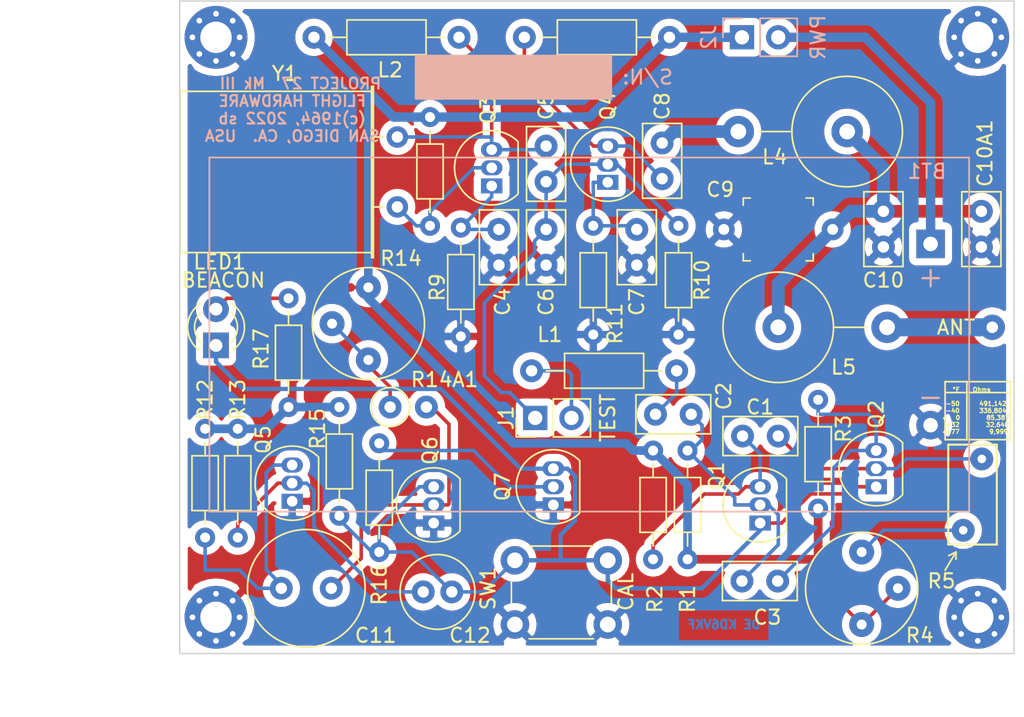
<source format=kicad_pcb>
(kicad_pcb (version 20171130) (host pcbnew "(5.1.5)-3")
  (layers (0 F.Cu signal) (31 B.Cu signal) (34 B.Paste user) (35 F.Paste user) (36 B.SilkS user) (37 F.SilkS user) (38 B.Mask user) (39 F.Mask user) (44 Edge.Cuts user))
  (net 0 "")
  (net 1 GNDREF)
  (net 2 "Net-(C1-Pad1)")
  (net 3 "Net-(C2-Pad2)")
  (net 4 "Net-(C2-Pad1)")
  (net 5 "Net-(C1-Pad2)")
  (net 6 "Net-(C3-Pad1)")
  (net 7 "Net-(C4-Pad1)")
  (net 8 "Net-(Q3-Pad2)")
  (net 9 "Net-(C7-Pad1)")
  (net 10 "Net-(C8-Pad2)")
  (net 11 "Net-(C8-Pad1)")
  (net 12 +BATT)
  (net 13 /RF_OUT)
  (net 14 /~KEY)
  (net 15 "Net-(C5-Pad2)")
  (net 16 "Net-(C5-Pad1)")
  (net 17 "Net-(C10-Pad1)")
  (net 18 "Net-(C11-Pad2)")
  (net 19 "Net-(C11-Pad1)")
  (net 20 "Net-(C12-Pad2)")
  (net 21 "Net-(Q7-Pad2)")
  (net 22 "Net-(R14-Pad1)")
  (net 23 "Net-(LED1-Pad2)")
  (net 24 "Net-(BT1-Pad1)")
  (net 25 "Net-(J1-Pad2)")
  (net 26 "Net-(R4-Pad1)")
  (module Capacitor_THT:C_Radial_D8.0mm_H11.5mm_P3.50mm (layer F.Cu) (at 96.012 102.108)
    (fp_text reference C11 (at 6.604 3.302) (layer F.SilkS))
    (fp_text value 100u)
    (pad 2 thru_hole circle (at 3.5 0) (size 1.6 1.6) (drill 0.8) (layers *.Cu *.Mask) (net 18 "Net-(C11-Pad2)"))
    (pad 1 thru_hole circle (at 0 0) (size 1.6 1.6) (drill 0.8) (layers *.Cu *.Mask) (net 19 "Net-(C11-Pad1)"))
  )
  (module Resistor_THT:R_Axial_DIN0207_L6.3mm_D2.5mm_P2.54mm_Vertical (layer F.Cu) (at 103.632 89.408)
    (fp_text reference R14A1 (at 3.81 -1.92) (layer F.SilkS))
    (fp_text value 1k)
    (pad 2 thru_hole oval (at 2.54 0) (size 1.6 1.6) (drill 0.8) (layers *.Cu *.Mask) (net 18 "Net-(C11-Pad2)"))
    (pad 1 thru_hole circle (at 0 0) (size 1.6 1.6) (drill 0.8) (layers *.Cu *.Mask) (net 22 "Net-(R14-Pad1)"))
  )
  (module Capacitor_THT:C_Disc_D5.0mm_W2.5mm_P2.50mm (layer F.Cu) (at 145.034 75.692 270)
    (fp_text reference C10A1 (at -4.064 -0.254 90) (layer F.SilkS))
    (fp_text value 56p)
    (pad 2 thru_hole circle (at 2.5 0 270) (size 1.6 1.6) (drill 0.8) (layers *.Cu *.Mask) (net 1 GNDREF))
    (pad 1 thru_hole circle (at 0 0 270) (size 1.6 1.6) (drill 0.8) (layers *.Cu *.Mask) (net 17 "Net-(C10-Pad1)"))
  )
  (module BALOON_TX_27:BatteryHolder_Keystone_2468_2xAAA (layer B.Cu) (at 141.478 77.978 180)
    (fp_text reference BT1 (at 0.254 5.08 180) (layer B.SilkS) (effects (justify mirror)))
    (fp_text value Battery)
    (fp_text user + (at 0 -2.286 180) (layer B.SilkS) (effects (font (size 1.5 1.5)) (justify mirror)))
    (fp_text user - (at 0 -10.668 180) (layer B.SilkS) (effects (font (size 1.5 1.5)) (justify mirror)))
    (fp_text user - (at 0 -10.668 180) (layer B.SilkS) (effects (font (size 1.5 1.5)) (justify mirror)))
    (fp_text user + (at 0 -2.286 180) (layer B.SilkS) (effects (font (size 1.5 1.5)) (justify mirror)))
    (pad 1 thru_hole rect (at 0 0 180) (size 2 2) (drill 1.02) (layers *.Cu *.Mask) (net 24 "Net-(BT1-Pad1)"))
    (pad 2 thru_hole circle (at 0 -12.7 180) (size 2 2) (drill 1.02) (layers *.Cu *.Mask) (net 1 GNDREF))
  )
  (module Potentiometer_THT:Potentiometer_Bourns_3339P_Vertical_HandSoldering (layer F.Cu) (at 136.652 99.568 180)
    (fp_text reference R4 (at -4.064 -5.842) (layer F.SilkS))
    (fp_text value 10k)
    (pad 1 thru_hole circle (at 0 0 180) (size 1.75 1.75) (drill 0.7) (layers *.Cu *.Mask) (net 26 "Net-(R4-Pad1)"))
    (pad 2 thru_hole circle (at -2.54 -2.54 180) (size 1.75 1.75) (drill 0.7) (layers *.Cu *.Mask) (net 12 +BATT))
    (pad 3 thru_hole circle (at 0 -5.08 180) (size 1.75 1.75) (drill 0.7) (layers *.Cu *.Mask) (net 12 +BATT))
  )
  (module Inductor_THT:L_Axial_L5.3mm_D2.2mm_P10.16mm_Horizontal_Vishay_IM-1 (layer F.Cu) (at 123.698 86.868 180)
    (fp_text reference L1 (at 8.89 2.54) (layer F.SilkS))
    (fp_text value 22uH)
    (pad 2 thru_hole oval (at 10.16 0 180) (size 1.6 1.6) (drill 0.8) (layers *.Cu *.Mask) (net 25 "Net-(J1-Pad2)"))
    (pad 1 thru_hole circle (at 0 0 180) (size 1.6 1.6) (drill 0.8) (layers *.Cu *.Mask) (net 3 "Net-(C2-Pad2)"))
  )
  (module Capacitor_THT:C_Disc_D5.0mm_W2.5mm_P2.50mm (layer F.Cu) (at 124.714 89.916 180)
    (fp_text reference C2 (at -2.286 1.27 90) (layer F.SilkS))
    (fp_text value 223)
    (pad 2 thru_hole circle (at 2.5 0 180) (size 1.6 1.6) (drill 0.8) (layers *.Cu *.Mask) (net 3 "Net-(C2-Pad2)"))
    (pad 1 thru_hole circle (at 0 0 180) (size 1.6 1.6) (drill 0.8) (layers *.Cu *.Mask) (net 4 "Net-(C2-Pad1)"))
  )
  (module Connector_PinHeader_2.54mm:PinHeader_1x02_P2.54mm_Vertical (layer B.Cu) (at 128.27 63.5 270)
    (fp_text reference J2 (at 0 2.33 270) (layer B.SilkS) (effects (justify mirror)))
    (fp_text value PWR (at 0 -5.334 270) (layer B.SilkS) (effects (justify mirror)))
    (pad 2 thru_hole oval (at 0 -2.54 270) (size 1.7 1.7) (drill 1) (layers *.Cu *.Mask) (net 24 "Net-(BT1-Pad1)"))
    (pad 1 thru_hole rect (at 0 0 270) (size 1.7 1.7) (drill 1) (layers *.Cu *.Mask) (net 12 +BATT))
  )
  (module BALOON_TX_27:Hole_100_75 (layer F.Cu) (at 145.796 83.82)
    (fp_text reference A1 hide)
    (fp_text value ANT (at -2.54 0) (layer F.SilkS))
    (pad 1 thru_hole circle (at 0 0) (size 1.778 1.778) (drill 0.8128) (layers *.Cu *.Mask) (net 13 /RF_OUT))
  )
  (module Connector_PinHeader_2.54mm:PinHeader_1x02_P2.54mm_Vertical (layer F.Cu) (at 113.792 90.17 90)
    (fp_text reference J1 (at 0 -2.032 90) (layer F.SilkS))
    (fp_text value TEST (at 0 5.08 90) (layer F.SilkS))
    (pad 2 thru_hole oval (at 0 2.54 90) (size 1.7 1.7) (drill 1) (layers *.Cu *.Mask) (net 25 "Net-(J1-Pad2)"))
    (pad 1 thru_hole rect (at 0 0 90) (size 1.7 1.7) (drill 1) (layers *.Cu *.Mask) (net 15 "Net-(C5-Pad2)"))
  )
  (module MountingHole:MountingHole_2.2mm_M2_Pad_Via (layer F.Cu) (at 91.44 104.14)
    (fp_text reference H2 hide)
    (fp_text value ATTACH2)
    (pad 1 thru_hole circle (at 1.166726 -1.166726) (size 0.7 0.7) (drill 0.4) (layers *.Cu *.Mask) (net 1 GNDREF))
    (pad 1 thru_hole circle (at 0 -1.65) (size 0.7 0.7) (drill 0.4) (layers *.Cu *.Mask) (net 1 GNDREF))
    (pad 1 thru_hole circle (at -1.166726 -1.166726) (size 0.7 0.7) (drill 0.4) (layers *.Cu *.Mask) (net 1 GNDREF))
    (pad 1 thru_hole circle (at -1.65 0) (size 0.7 0.7) (drill 0.4) (layers *.Cu *.Mask) (net 1 GNDREF))
    (pad 1 thru_hole circle (at -1.166726 1.166726) (size 0.7 0.7) (drill 0.4) (layers *.Cu *.Mask) (net 1 GNDREF))
    (pad 1 thru_hole circle (at 0 1.65) (size 0.7 0.7) (drill 0.4) (layers *.Cu *.Mask) (net 1 GNDREF))
    (pad 1 thru_hole circle (at 1.166726 1.166726) (size 0.7 0.7) (drill 0.4) (layers *.Cu *.Mask) (net 1 GNDREF))
    (pad 1 thru_hole circle (at 1.65 0) (size 0.7 0.7) (drill 0.4) (layers *.Cu *.Mask) (net 1 GNDREF))
    (pad 1 thru_hole circle (at 0 0) (size 4.4 4.4) (drill 2.2) (layers *.Cu *.Mask) (net 1 GNDREF))
  )
  (module MountingHole:MountingHole_2.2mm_M2_Pad_Via (layer F.Cu) (at 91.44 63.5)
    (fp_text reference H1 hide)
    (fp_text value ATTACH1)
    (pad 1 thru_hole circle (at 1.166726 -1.166726) (size 0.7 0.7) (drill 0.4) (layers *.Cu *.Mask) (net 1 GNDREF))
    (pad 1 thru_hole circle (at 0 -1.65) (size 0.7 0.7) (drill 0.4) (layers *.Cu *.Mask) (net 1 GNDREF))
    (pad 1 thru_hole circle (at -1.166726 -1.166726) (size 0.7 0.7) (drill 0.4) (layers *.Cu *.Mask) (net 1 GNDREF))
    (pad 1 thru_hole circle (at -1.65 0) (size 0.7 0.7) (drill 0.4) (layers *.Cu *.Mask) (net 1 GNDREF))
    (pad 1 thru_hole circle (at -1.166726 1.166726) (size 0.7 0.7) (drill 0.4) (layers *.Cu *.Mask) (net 1 GNDREF))
    (pad 1 thru_hole circle (at 0 1.65) (size 0.7 0.7) (drill 0.4) (layers *.Cu *.Mask) (net 1 GNDREF))
    (pad 1 thru_hole circle (at 1.166726 1.166726) (size 0.7 0.7) (drill 0.4) (layers *.Cu *.Mask) (net 1 GNDREF))
    (pad 1 thru_hole circle (at 1.65 0) (size 0.7 0.7) (drill 0.4) (layers *.Cu *.Mask) (net 1 GNDREF))
    (pad 1 thru_hole circle (at 0 0) (size 4.4 4.4) (drill 2.2) (layers *.Cu *.Mask) (net 1 GNDREF))
  )
  (module MountingHole:MountingHole_2.2mm_M2_Pad_Via (layer F.Cu) (at 144.78 104.14)
    (fp_text reference H4 hide)
    (fp_text value ATTACH4)
    (pad 1 thru_hole circle (at 1.166726 -1.166726) (size 0.7 0.7) (drill 0.4) (layers *.Cu *.Mask) (net 1 GNDREF))
    (pad 1 thru_hole circle (at 0 -1.65) (size 0.7 0.7) (drill 0.4) (layers *.Cu *.Mask) (net 1 GNDREF))
    (pad 1 thru_hole circle (at -1.166726 -1.166726) (size 0.7 0.7) (drill 0.4) (layers *.Cu *.Mask) (net 1 GNDREF))
    (pad 1 thru_hole circle (at -1.65 0) (size 0.7 0.7) (drill 0.4) (layers *.Cu *.Mask) (net 1 GNDREF))
    (pad 1 thru_hole circle (at -1.166726 1.166726) (size 0.7 0.7) (drill 0.4) (layers *.Cu *.Mask) (net 1 GNDREF))
    (pad 1 thru_hole circle (at 0 1.65) (size 0.7 0.7) (drill 0.4) (layers *.Cu *.Mask) (net 1 GNDREF))
    (pad 1 thru_hole circle (at 1.166726 1.166726) (size 0.7 0.7) (drill 0.4) (layers *.Cu *.Mask) (net 1 GNDREF))
    (pad 1 thru_hole circle (at 1.65 0) (size 0.7 0.7) (drill 0.4) (layers *.Cu *.Mask) (net 1 GNDREF))
    (pad 1 thru_hole circle (at 0 0) (size 4.4 4.4) (drill 2.2) (layers *.Cu *.Mask) (net 1 GNDREF))
  )
  (module MountingHole:MountingHole_2.2mm_M2_Pad_Via (layer F.Cu) (at 144.78 63.5)
    (fp_text reference H3 hide)
    (fp_text value ATTACH3)
    (pad 1 thru_hole circle (at 1.166726 -1.166726) (size 0.7 0.7) (drill 0.4) (layers *.Cu *.Mask) (net 1 GNDREF))
    (pad 1 thru_hole circle (at 0 -1.65) (size 0.7 0.7) (drill 0.4) (layers *.Cu *.Mask) (net 1 GNDREF))
    (pad 1 thru_hole circle (at -1.166726 -1.166726) (size 0.7 0.7) (drill 0.4) (layers *.Cu *.Mask) (net 1 GNDREF))
    (pad 1 thru_hole circle (at -1.65 0) (size 0.7 0.7) (drill 0.4) (layers *.Cu *.Mask) (net 1 GNDREF))
    (pad 1 thru_hole circle (at -1.166726 1.166726) (size 0.7 0.7) (drill 0.4) (layers *.Cu *.Mask) (net 1 GNDREF))
    (pad 1 thru_hole circle (at 0 1.65) (size 0.7 0.7) (drill 0.4) (layers *.Cu *.Mask) (net 1 GNDREF))
    (pad 1 thru_hole circle (at 1.166726 1.166726) (size 0.7 0.7) (drill 0.4) (layers *.Cu *.Mask) (net 1 GNDREF))
    (pad 1 thru_hole circle (at 1.65 0) (size 0.7 0.7) (drill 0.4) (layers *.Cu *.Mask) (net 1 GNDREF))
    (pad 1 thru_hole circle (at 0 0) (size 4.4 4.4) (drill 2.2) (layers *.Cu *.Mask) (net 1 GNDREF))
  )
  (module BALOON_TX_27:C_Trimmer_Murata_TZB4-B (layer F.Cu) (at 130.81 76.962 180)
    (fp_text reference C9 (at 4.064 2.794) (layer F.SilkS))
    (fp_text value 0..68p)
    (pad 1 thru_hole circle (at -3.81 0 180) (size 1.524 1.524) (drill 0.762) (layers *.Cu *.Mask) (net 17 "Net-(C10-Pad1)"))
    (pad 2 thru_hole circle (at 3.81 0 180) (size 1.524 1.524) (drill 0.762) (layers *.Cu *.Mask) (net 1 GNDREF))
  )
  (module Potentiometer_THT:Potentiometer_Bourns_3339P_Vertical_HandSoldering (layer F.Cu) (at 102.108 86.106)
    (fp_text reference R14 (at 2.286 -7.112) (layer F.SilkS))
    (fp_text value 10k)
    (pad 1 thru_hole circle (at 0 0) (size 1.75 1.75) (drill 0.7) (layers *.Cu *.Mask) (net 22 "Net-(R14-Pad1)"))
    (pad 2 thru_hole circle (at -2.54 -2.54) (size 1.75 1.75) (drill 0.7) (layers *.Cu *.Mask) (net 22 "Net-(R14-Pad1)"))
    (pad 3 thru_hole circle (at 0 -5.08) (size 1.75 1.75) (drill 0.7) (layers *.Cu *.Mask) (net 12 +BATT))
  )
  (module Button_Switch_THT:SW_PUSH_6mm_H4.3mm (layer F.Cu) (at 118.872 104.648 180)
    (fp_text reference SW1 (at 8.382 2.54 90) (layer F.SilkS))
    (fp_text value CAL (at -1.27 2.286 90) (layer F.SilkS))
    (pad 1 thru_hole circle (at 6.5 0 270) (size 2 2) (drill 1.1) (layers *.Cu *.Mask) (net 1 GNDREF))
    (pad 2 thru_hole circle (at 6.5 4.5 270) (size 2 2) (drill 1.1) (layers *.Cu *.Mask) (net 14 /~KEY))
    (pad 1 thru_hole circle (at 0 0 270) (size 2 2) (drill 1.1) (layers *.Cu *.Mask) (net 1 GNDREF))
    (pad 2 thru_hole circle (at 0 4.5 270) (size 2 2) (drill 1.1) (layers *.Cu *.Mask) (net 14 /~KEY))
  )
  (module Inductor_THT:L_Axial_L16.0mm_D7.5mm_P7.62mm_Vertical_Fastron_XHBCC (layer F.Cu) (at 130.81 83.82)
    (fp_text reference L5 (at 4.572 2.794) (layer F.SilkS))
    (fp_text value 8T)
    (pad 2 thru_hole oval (at 7.62 0) (size 2.2 2.2) (drill 1.1) (layers *.Cu *.Mask) (net 13 /RF_OUT))
    (pad 1 thru_hole circle (at 0 0) (size 2.2 2.2) (drill 1.1) (layers *.Cu *.Mask) (net 17 "Net-(C10-Pad1)"))
  )
  (module Package_TO_SOT_THT:TO-92_Inline (layer F.Cu) (at 118.872 73.66 90)
    (fp_text reference Q4 (at 5.334 0 90) (layer F.SilkS))
    (fp_text value 2N3904)
    (pad 1 thru_hole rect (at 0 0 90) (size 1.05 1.5) (drill 0.75) (layers *.Cu *.Mask) (net 9 "Net-(C7-Pad1)"))
    (pad 3 thru_hole oval (at 2.54 0 90) (size 1.05 1.5) (drill 0.75) (layers *.Cu *.Mask) (net 11 "Net-(C8-Pad1)"))
    (pad 2 thru_hole oval (at 1.27 0 90) (size 1.05 1.5) (drill 0.75) (layers *.Cu *.Mask) (net 15 "Net-(C5-Pad2)"))
  )
  (module Capacitor_THT:C_Disc_D5.0mm_W2.5mm_P2.50mm (layer F.Cu) (at 114.554 71.12 270)
    (fp_text reference C5 (at -2.794 0 90) (layer F.SilkS))
    (fp_text value 47)
    (pad 2 thru_hole circle (at 2.5 0 270) (size 1.6 1.6) (drill 0.8) (layers *.Cu *.Mask) (net 15 "Net-(C5-Pad2)"))
    (pad 1 thru_hole circle (at 0 0 270) (size 1.6 1.6) (drill 0.8) (layers *.Cu *.Mask) (net 16 "Net-(C5-Pad1)"))
  )
  (module Capacitor_THT:C_Disc_D5.0mm_W2.5mm_P2.50mm (layer F.Cu) (at 111.252 76.962 270)
    (fp_text reference C4 (at 5.08 -0.254 90) (layer F.SilkS))
    (fp_text value 102)
    (pad 2 thru_hole circle (at 2.5 0 270) (size 1.6 1.6) (drill 0.8) (layers *.Cu *.Mask) (net 1 GNDREF))
    (pad 1 thru_hole circle (at 0 0 270) (size 1.6 1.6) (drill 0.8) (layers *.Cu *.Mask) (net 7 "Net-(C4-Pad1)"))
  )
  (module Capacitor_THT:C_Disc_D5.0mm_W2.5mm_P2.50mm (layer F.Cu) (at 120.904 76.962 270)
    (fp_text reference C7 (at 5.08 0 90) (layer F.SilkS))
    (fp_text value 103)
    (pad 2 thru_hole circle (at 2.5 0 270) (size 1.6 1.6) (drill 0.8) (layers *.Cu *.Mask) (net 1 GNDREF))
    (pad 1 thru_hole circle (at 0 0 270) (size 1.6 1.6) (drill 0.8) (layers *.Cu *.Mask) (net 9 "Net-(C7-Pad1)"))
  )
  (module Capacitor_THT:C_Disc_D5.0mm_W2.5mm_P2.50mm (layer F.Cu) (at 122.682 73.406 90)
    (fp_text reference C8 (at 5.08 0 90) (layer F.SilkS))
    (fp_text value 101)
    (pad 1 thru_hole circle (at 0 0 90) (size 1.6 1.6) (drill 0.8) (layers *.Cu *.Mask) (net 11 "Net-(C8-Pad1)"))
    (pad 2 thru_hole circle (at 2.5 0 90) (size 1.6 1.6) (drill 0.8) (layers *.Cu *.Mask) (net 10 "Net-(C8-Pad2)"))
  )
  (module Resistor_THT:R_Axial_DIN0204_L3.6mm_D1.6mm_P7.62mm_Horizontal (layer F.Cu) (at 106.426 69.088 270)
    (fp_text reference R6 (at -2.032 -0.254 90) (layer F.SilkS))
    (fp_text value 330K)
    (pad 2 thru_hole oval (at 7.62 0 270) (size 1.4 1.4) (drill 0.7) (layers *.Cu *.Mask) (net 8 "Net-(Q3-Pad2)"))
    (pad 1 thru_hole circle (at 0 0 270) (size 1.4 1.4) (drill 0.7) (layers *.Cu *.Mask) (net 12 +BATT))
  )
  (module Resistor_THT:R_Axial_DIN0204_L3.6mm_D1.6mm_P7.62mm_Horizontal (layer F.Cu) (at 108.585 76.835 270)
    (fp_text reference R9 (at 4.191 1.651 90) (layer F.SilkS))
    (fp_text value 47)
    (pad 2 thru_hole oval (at 7.62 0 270) (size 1.4 1.4) (drill 0.7) (layers *.Cu *.Mask) (net 1 GNDREF))
    (pad 1 thru_hole circle (at 0 0 270) (size 1.4 1.4) (drill 0.7) (layers *.Cu *.Mask) (net 7 "Net-(C4-Pad1)"))
  )
  (module Resistor_THT:R_Axial_DIN0204_L3.6mm_D1.6mm_P7.62mm_Horizontal (layer F.Cu) (at 123.825 76.708 270)
    (fp_text reference R10 (at 3.81 -1.651 90) (layer F.SilkS))
    (fp_text value 33k)
    (pad 2 thru_hole oval (at 7.62 0 270) (size 1.4 1.4) (drill 0.7) (layers *.Cu *.Mask) (net 1 GNDREF))
    (pad 1 thru_hole circle (at 0 0 270) (size 1.4 1.4) (drill 0.7) (layers *.Cu *.Mask) (net 15 "Net-(C5-Pad2)"))
  )
  (module Package_TO_SOT_THT:TO-92_Inline (layer F.Cu) (at 110.744 73.914 90)
    (fp_text reference Q3 (at 5.334 -0.254 90) (layer F.SilkS))
    (fp_text value 2N5088)
    (pad 1 thru_hole rect (at 0 0 90) (size 1.05 1.5) (drill 0.75) (layers *.Cu *.Mask) (net 7 "Net-(C4-Pad1)"))
    (pad 3 thru_hole oval (at 2.54 0 90) (size 1.05 1.5) (drill 0.75) (layers *.Cu *.Mask) (net 16 "Net-(C5-Pad1)"))
    (pad 2 thru_hole oval (at 1.27 0 90) (size 1.05 1.5) (drill 0.75) (layers *.Cu *.Mask) (net 8 "Net-(Q3-Pad2)"))
  )
  (module Capacitor_THT:C_Disc_D5.0mm_W2.5mm_P2.50mm (layer F.Cu) (at 114.554 76.962 270)
    (fp_text reference C6 (at 5.08 0 90) (layer F.SilkS))
    (fp_text value 4p7)
    (pad 2 thru_hole circle (at 2.5 0 270) (size 1.6 1.6) (drill 0.8) (layers *.Cu *.Mask) (net 1 GNDREF))
    (pad 1 thru_hole circle (at 0 0 270) (size 1.6 1.6) (drill 0.8) (layers *.Cu *.Mask) (net 15 "Net-(C5-Pad2)"))
  )
  (module Resistor_THT:R_Axial_DIN0204_L3.6mm_D1.6mm_P7.62mm_Horizontal (layer F.Cu) (at 117.856 76.708 270)
    (fp_text reference R11 (at 6.858 -1.524 90) (layer F.SilkS))
    (fp_text value 10)
    (pad 2 thru_hole oval (at 7.62 0 270) (size 1.4 1.4) (drill 0.7) (layers *.Cu *.Mask) (net 1 GNDREF))
    (pad 1 thru_hole circle (at 0 0 270) (size 1.4 1.4) (drill 0.7) (layers *.Cu *.Mask) (net 9 "Net-(C7-Pad1)"))
  )
  (module Inductor_THT:L_Axial_L5.3mm_D2.2mm_P10.16mm_Horizontal_Vishay_IM-1 (layer F.Cu) (at 123.19 63.5 180)
    (fp_text reference L3 (at 5.08 -2.286) (layer F.SilkS))
    (fp_text value 2u2)
    (pad 2 thru_hole oval (at 10.16 0 180) (size 1.6 1.6) (drill 0.8) (layers *.Cu *.Mask) (net 11 "Net-(C8-Pad1)"))
    (pad 1 thru_hole circle (at 0 0 180) (size 1.6 1.6) (drill 0.8) (layers *.Cu *.Mask) (net 12 +BATT))
  )
  (module Inductor_THT:L_Axial_L5.3mm_D2.2mm_P10.16mm_Horizontal_Vishay_IM-1 (layer F.Cu) (at 98.298 63.5)
    (fp_text reference L2 (at 5.334 2.286) (layer F.SilkS))
    (fp_text value 6u8)
    (pad 2 thru_hole oval (at 10.16 0) (size 1.6 1.6) (drill 0.8) (layers *.Cu *.Mask) (net 16 "Net-(C5-Pad1)"))
    (pad 1 thru_hole circle (at 0 0) (size 1.6 1.6) (drill 0.8) (layers *.Cu *.Mask) (net 12 +BATT))
  )
  (module Inductor_THT:L_Axial_L16.0mm_D7.5mm_P7.62mm_Vertical_Fastron_XHBCC (layer F.Cu) (at 135.636 70.104 180)
    (fp_text reference L4 (at 5.08 -1.778) (layer F.SilkS))
    (fp_text value 5T)
    (pad 2 thru_hole oval (at 7.62 0 180) (size 2.2 2.2) (drill 1.1) (layers *.Cu *.Mask) (net 10 "Net-(C8-Pad2)"))
    (pad 1 thru_hole circle (at 0 0 180) (size 2.2 2.2) (drill 1.1) (layers *.Cu *.Mask) (net 17 "Net-(C10-Pad1)"))
  )
  (module Capacitor_THT:C_Radial_D5.0mm_H11.0mm_P2.00mm (layer F.Cu) (at 107.95 102.362 180)
    (fp_text reference C12 (at -1.27 -3.048) (layer F.SilkS))
    (fp_text value 47u)
    (pad 2 thru_hole circle (at 2 0 180) (size 1.6 1.6) (drill 0.8) (layers *.Cu *.Mask) (net 20 "Net-(C12-Pad2)"))
    (pad 1 thru_hole circle (at 0 0 180) (size 1.6 1.6) (drill 0.8) (layers *.Cu *.Mask) (net 14 /~KEY))
  )
  (module Varistor:RV_Disc_D7mm_W3.4mm_P5mm (layer F.Cu) (at 143.764 98.044 90)
    (fp_text reference R5 (at -3.556 -1.524) (layer F.SilkS))
    (fp_text value "10K Thermistor")
    (pad 2 thru_hole circle (at 5 1.3 90) (size 1.6 1.6) (drill 0.6) (layers *.Cu *.Mask) (net 2 "Net-(C1-Pad1)"))
    (pad 1 thru_hole circle (at 0 0 90) (size 1.6 1.6) (drill 0.6) (layers *.Cu *.Mask) (net 26 "Net-(R4-Pad1)"))
  )
  (module LED_THT:LED_D3.0mm (layer F.Cu) (at 91.44 85.09 90)
    (fp_text reference LED1 (at 5.842 0.254) (layer F.SilkS))
    (fp_text value BEACON (at 4.572 0.508) (layer F.SilkS))
    (pad 2 thru_hole circle (at 2.54 0 90) (size 1.8 1.8) (drill 0.9) (layers *.Cu *.Mask) (net 23 "Net-(LED1-Pad2)"))
    (pad 1 thru_hole rect (at 0 0 90) (size 1.8 1.8) (drill 0.9) (layers *.Cu *.Mask) (net 14 /~KEY))
  )
  (module Crystal:Crystal_HC49-U_Horizontal (layer F.Cu) (at 104.14 70.485 270)
    (fp_text reference Y1 (at -4.445 7.874) (layer F.SilkS))
    (fp_text value "27.145 3OT")
    (pad 2 thru_hole circle (at 4.9 0 270) (size 1.5 1.5) (drill 0.8) (layers *.Cu *.Mask) (net 8 "Net-(Q3-Pad2)"))
    (pad 1 thru_hole circle (at 0 0 270) (size 1.5 1.5) (drill 0.8) (layers *.Cu *.Mask) (net 16 "Net-(C5-Pad1)"))
  )
  (module Resistor_THT:R_Axial_DIN0204_L3.6mm_D1.6mm_P7.62mm_Horizontal (layer F.Cu) (at 133.604 96.52 90)
    (fp_text reference R3 (at 5.588 1.778 90) (layer F.SilkS))
    (fp_text value 2k7)
    (pad 2 thru_hole oval (at 7.62 0 90) (size 1.4 1.4) (drill 0.7) (layers *.Cu *.Mask) (net 6 "Net-(C3-Pad1)"))
    (pad 1 thru_hole circle (at 0 0 90) (size 1.4 1.4) (drill 0.7) (layers *.Cu *.Mask) (net 12 +BATT))
  )
  (module Resistor_THT:R_Axial_DIN0204_L3.6mm_D1.6mm_P7.62mm_Horizontal (layer F.Cu) (at 124.46 92.456 270)
    (fp_text reference R1 (at 10.414 0 90) (layer F.SilkS))
    (fp_text value 10k)
    (pad 2 thru_hole oval (at 7.62 0 270) (size 1.4 1.4) (drill 0.7) (layers *.Cu *.Mask) (net 12 +BATT))
    (pad 1 thru_hole circle (at 0 0 270) (size 1.4 1.4) (drill 0.7) (layers *.Cu *.Mask) (net 4 "Net-(C2-Pad1)"))
  )
  (module Resistor_THT:R_Axial_DIN0204_L3.6mm_D1.6mm_P7.62mm_Horizontal (layer F.Cu) (at 122.047 92.456 270)
    (fp_text reference R2 (at 10.414 -0.127 90) (layer F.SilkS))
    (fp_text value 2k7)
    (pad 2 thru_hole oval (at 7.62 0 270) (size 1.4 1.4) (drill 0.7) (layers *.Cu *.Mask) (net 5 "Net-(C1-Pad2)"))
    (pad 1 thru_hole circle (at 0 0 270) (size 1.4 1.4) (drill 0.7) (layers *.Cu *.Mask) (net 12 +BATT))
  )
  (module Resistor_THT:R_Axial_DIN0204_L3.6mm_D1.6mm_P7.62mm_Horizontal (layer F.Cu) (at 102.87 99.568 90)
    (fp_text reference R16 (at -2.286 0 90) (layer F.SilkS))
    (fp_text value 0)
    (pad 1 thru_hole circle (at 0 0 90) (size 1.4 1.4) (drill 0.7) (layers *.Cu *.Mask) (net 14 /~KEY))
    (pad 2 thru_hole oval (at 7.62 0 90) (size 1.4 1.4) (drill 0.7) (layers *.Cu *.Mask) (net 21 "Net-(Q7-Pad2)"))
  )
  (module Resistor_THT:R_Axial_DIN0204_L3.6mm_D1.6mm_P7.62mm_Horizontal (layer F.Cu) (at 96.52 89.408 90)
    (fp_text reference R17 (at 4.064 -1.92 90) (layer F.SilkS))
    (fp_text value 100)
    (pad 2 thru_hole oval (at 7.62 0 90) (size 1.4 1.4) (drill 0.7) (layers *.Cu *.Mask) (net 23 "Net-(LED1-Pad2)"))
    (pad 1 thru_hole circle (at 0 0 90) (size 1.4 1.4) (drill 0.7) (layers *.Cu *.Mask) (net 12 +BATT))
  )
  (module Resistor_THT:R_Axial_DIN0204_L3.6mm_D1.6mm_P7.62mm_Horizontal (layer F.Cu) (at 100.076 89.408 270)
    (fp_text reference R15 (at 1.524 1.524 90) (layer F.SilkS))
    (fp_text value 2k7)
    (pad 2 thru_hole oval (at 7.62 0 270) (size 1.4 1.4) (drill 0.7) (layers *.Cu *.Mask) (net 14 /~KEY))
    (pad 1 thru_hole circle (at 0 0 270) (size 1.4 1.4) (drill 0.7) (layers *.Cu *.Mask) (net 12 +BATT))
  )
  (module Resistor_THT:R_Axial_DIN0204_L3.6mm_D1.6mm_P7.62mm_Horizontal (layer F.Cu) (at 92.964 90.932 270)
    (fp_text reference R13 (at -2.032 0 90) (layer F.SilkS))
    (fp_text value 10k)
    (pad 2 thru_hole oval (at 7.62 0 270) (size 1.4 1.4) (drill 0.7) (layers *.Cu *.Mask) (net 20 "Net-(C12-Pad2)"))
    (pad 1 thru_hole circle (at 0 0 270) (size 1.4 1.4) (drill 0.7) (layers *.Cu *.Mask) (net 12 +BATT))
  )
  (module Resistor_THT:R_Axial_DIN0204_L3.6mm_D1.6mm_P7.62mm_Horizontal (layer F.Cu) (at 90.678 98.552 90)
    (fp_text reference R12 (at 9.652 0 90) (layer F.SilkS))
    (fp_text value 2k7)
    (pad 2 thru_hole oval (at 7.62 0 90) (size 1.4 1.4) (drill 0.7) (layers *.Cu *.Mask) (net 12 +BATT))
    (pad 1 thru_hole circle (at 0 0 90) (size 1.4 1.4) (drill 0.7) (layers *.Cu *.Mask) (net 19 "Net-(C11-Pad1)"))
  )
  (module Capacitor_THT:C_Disc_D5.0mm_W2.5mm_P2.50mm (layer F.Cu) (at 138.176 75.692 270)
    (fp_text reference C10 (at 4.826 0) (layer F.SilkS))
    (fp_text value 56p)
    (pad 2 thru_hole circle (at 2.5 0 270) (size 1.6 1.6) (drill 0.8) (layers *.Cu *.Mask) (net 1 GNDREF))
    (pad 1 thru_hole circle (at 0 0 270) (size 1.6 1.6) (drill 0.8) (layers *.Cu *.Mask) (net 17 "Net-(C10-Pad1)"))
  )
  (module Capacitor_THT:C_Disc_D5.0mm_W2.5mm_P2.50mm (layer F.Cu) (at 130.81 91.44 180)
    (fp_text reference C1 (at 1.27 2.032) (layer F.SilkS))
    (fp_text value 103)
    (pad 1 thru_hole circle (at 0 0 180) (size 1.6 1.6) (drill 0.8) (layers *.Cu *.Mask) (net 2 "Net-(C1-Pad1)"))
    (pad 2 thru_hole circle (at 2.5 0 180) (size 1.6 1.6) (drill 0.8) (layers *.Cu *.Mask) (net 5 "Net-(C1-Pad2)"))
  )
  (module Capacitor_THT:C_Disc_D5.0mm_W2.5mm_P2.50mm (layer F.Cu) (at 130.77 101.6 180)
    (fp_text reference C3 (at 0.722 -2.54) (layer F.SilkS))
    (fp_text value 103)
    (pad 2 thru_hole circle (at 2.5 0 180) (size 1.6 1.6) (drill 0.8) (layers *.Cu *.Mask) (net 4 "Net-(C2-Pad1)"))
    (pad 1 thru_hole circle (at 0 0 180) (size 1.6 1.6) (drill 0.8) (layers *.Cu *.Mask) (net 6 "Net-(C3-Pad1)"))
  )
  (module Package_TO_SOT_THT:TO-92_Inline (layer F.Cu) (at 137.668 94.996 90)
    (fp_text reference Q2 (at 5.08 0 90) (layer F.SilkS))
    (fp_text value 2N3904)
    (pad 1 thru_hole rect (at 0 0 90) (size 1.05 1.5) (drill 0.75) (layers *.Cu *.Mask) (net 14 /~KEY))
    (pad 3 thru_hole oval (at 2.54 0 90) (size 1.05 1.5) (drill 0.75) (layers *.Cu *.Mask) (net 6 "Net-(C3-Pad1)"))
    (pad 2 thru_hole oval (at 1.27 0 90) (size 1.05 1.5) (drill 0.75) (layers *.Cu *.Mask) (net 2 "Net-(C1-Pad1)"))
  )
  (module Package_TO_SOT_THT:TO-92_Inline (layer F.Cu) (at 129.54 97.536 90)
    (fp_text reference Q1 (at 3.302 -3.048 90) (layer F.SilkS))
    (fp_text value 2N3904)
    (pad 2 thru_hole oval (at 1.27 0 90) (size 1.05 1.5) (drill 0.75) (layers *.Cu *.Mask) (net 4 "Net-(C2-Pad1)"))
    (pad 3 thru_hole oval (at 2.54 0 90) (size 1.05 1.5) (drill 0.75) (layers *.Cu *.Mask) (net 5 "Net-(C1-Pad2)"))
    (pad 1 thru_hole rect (at 0 0 90) (size 1.05 1.5) (drill 0.75) (layers *.Cu *.Mask) (net 14 /~KEY))
  )
  (module Package_TO_SOT_THT:TO-92_Inline (layer F.Cu) (at 115.062 96.266 90)
    (fp_text reference Q7 (at 1.27 -3.556 90) (layer F.SilkS))
    (fp_text value 2N3904)
    (pad 1 thru_hole rect (at 0 0 90) (size 1.05 1.5) (drill 0.75) (layers *.Cu *.Mask) (net 1 GNDREF))
    (pad 3 thru_hole oval (at 2.54 0 90) (size 1.05 1.5) (drill 0.75) (layers *.Cu *.Mask) (net 14 /~KEY))
    (pad 2 thru_hole oval (at 1.27 0 90) (size 1.05 1.5) (drill 0.75) (layers *.Cu *.Mask) (net 21 "Net-(Q7-Pad2)"))
  )
  (module Package_TO_SOT_THT:TO-92_Inline (layer F.Cu) (at 106.68 97.536 90)
    (fp_text reference Q6 (at 5.08 -0.254 90) (layer F.SilkS))
    (fp_text value 2N3904)
    (pad 1 thru_hole rect (at 0 0 90) (size 1.05 1.5) (drill 0.75) (layers *.Cu *.Mask) (net 1 GNDREF))
    (pad 3 thru_hole oval (at 2.54 0 90) (size 1.05 1.5) (drill 0.75) (layers *.Cu *.Mask) (net 14 /~KEY))
    (pad 2 thru_hole oval (at 1.27 0 90) (size 1.05 1.5) (drill 0.75) (layers *.Cu *.Mask) (net 18 "Net-(C11-Pad2)"))
  )
  (module Package_TO_SOT_THT:TO-92_Inline (layer F.Cu) (at 96.774 96.012 90)
    (fp_text reference Q5 (at 4.318 -2.032 90) (layer F.SilkS))
    (fp_text value 2N3904)
    (pad 1 thru_hole rect (at 0 0 90) (size 1.05 1.5) (drill 0.75) (layers *.Cu *.Mask) (net 1 GNDREF))
    (pad 3 thru_hole oval (at 2.54 0 90) (size 1.05 1.5) (drill 0.75) (layers *.Cu *.Mask) (net 19 "Net-(C11-Pad1)"))
    (pad 2 thru_hole oval (at 1.27 0 90) (size 1.05 1.5) (drill 0.75) (layers *.Cu *.Mask) (net 20 "Net-(C12-Pad2)"))
  )
  (gr_line (start 143.256 99.568) (end 142.748 99.822) (layer F.SilkS) (width 0.12))
  (gr_line (start 143.256 99.568) (end 143.256 100.076) (layer F.SilkS) (width 0.12))
  (gr_line (start 142.494 100.838) (end 143.256 99.568) (layer F.SilkS) (width 0.12))
  (gr_line (start 144.018 87.63) (end 144.018 91.694) (layer F.SilkS) (width 0.12))
  (gr_line (start 142.494 88.392) (end 147.066 88.392) (layer F.SilkS) (width 0.12))
  (gr_line (start 142.494 91.694) (end 142.494 87.63) (layer F.SilkS) (width 0.12))
  (gr_line (start 147.066 91.694) (end 142.494 91.694) (layer F.SilkS) (width 0.12))
  (gr_line (start 147.066 87.63) (end 147.066 91.694) (layer F.SilkS) (width 0.12))
  (gr_line (start 142.494 87.63) (end 147.066 87.63) (layer F.SilkS) (width 0.12))
  (gr_text "  °F    Ohms\n\n-50      491,142\n-40      336,804\n   0        85,387\n+32        32,648 \n+77         9,999 " (at 142.494 89.662) (layer F.SilkS) (effects (font (size 0.3048 0.3048) (thickness 0.0762)) (justify left)))
  (gr_text "DE KD6VKF" (at 127 104.648) (layer B.Cu) (effects (font (size 0.6096 0.6096) (thickness 0.1524)) (justify mirror)))
  (gr_text S/N: (at 121.666 66.294) (layer B.SilkS) (effects (font (size 1 1)) (justify mirror)))
  (gr_poly (pts (xy 119.126 67.818) (xy 105.41 67.818) (xy 105.41 64.77) (xy 119.126 64.77)) (layer B.SilkS) (width 0.1))
  (gr_text "PROJECT 27  Mk III  \nFLIGHT HARDWARE\n(c)1964, 2022 sb\nSAN DIEGO, CA.  USA" (at 96.774 68.58) (layer B.SilkS) (effects (font (size 0.762 0.762)) (justify mirror)))
  (gr_line (start 147.32 60.96) (end 147.32 106.68) (layer Edge.Cuts) (width 0.1))
  (gr_line (start 88.9 60.96) (end 147.32 60.96) (layer Edge.Cuts) (width 0.1))
  (gr_line (start 88.9 106.68) (end 88.9 60.96) (layer Edge.Cuts) (width 0.1))
  (gr_line (start 147.32 106.68) (end 88.9 106.68) (layer Edge.Cuts) (width 0.1))
  (segment (start 130.683 91.44) (end 130.81 91.44) (width 0.25) (layer F.Cu) (net 2))
  (segment (start 133.096 93.726) (end 130.81 91.44) (width 0.25) (layer F.Cu) (net 2))
  (segment (start 137.668 93.726) (end 133.096 93.726) (width 0.25) (layer F.Cu) (net 2))
  (segment (start 139.78 93.044) (end 145.064 93.044) (width 0.25) (layer B.Cu) (net 2))
  (segment (start 137.668 93.726) (end 139.098 93.726) (width 0.25) (layer B.Cu) (net 2))
  (segment (start 139.098 93.726) (end 139.78 93.044) (width 0.25) (layer B.Cu) (net 2))
  (segment (start 123.698 88.432) (end 123.698 86.868) (width 0.25) (layer B.Cu) (net 3))
  (segment (start 122.214 89.916) (end 123.698 88.432) (width 0.25) (layer B.Cu) (net 3))
  (segment (start 125.476 90.678) (end 124.714 89.916) (width 0.25) (layer B.Cu) (net 4))
  (segment (start 125.476 91.694) (end 125.476 90.678) (width 0.25) (layer B.Cu) (net 4))
  (segment (start 124.46 92.456) (end 124.714 92.456) (width 0.25) (layer B.Cu) (net 4))
  (segment (start 124.714 92.456) (end 125.476 91.694) (width 0.25) (layer B.Cu) (net 4))
  (segment (start 130.81 99.06) (end 128.27 101.6) (width 0.25) (layer B.Cu) (net 4))
  (segment (start 127.762 96.266) (end 130.130002 96.266) (width 0.25) (layer B.Cu) (net 4))
  (segment (start 130.81 96.945998) (end 130.81 99.06) (width 0.25) (layer B.Cu) (net 4))
  (segment (start 124.46 92.456) (end 127.762 95.758) (width 0.25) (layer B.Cu) (net 4))
  (segment (start 127.762 95.758) (end 127.762 96.266) (width 0.25) (layer B.Cu) (net 4))
  (segment (start 130.130002 96.266) (end 130.81 96.945998) (width 0.25) (layer B.Cu) (net 4))
  (segment (start 129.54 92.67) (end 128.31 91.44) (width 0.25) (layer B.Cu) (net 5))
  (segment (start 129.54 94.996) (end 129.54 92.67) (width 0.25) (layer B.Cu) (net 5))
  (segment (start 128.524 94.996) (end 129.54 94.996) (width 0.25) (layer F.Cu) (net 5))
  (segment (start 128.016 95.504) (end 128.524 94.996) (width 0.25) (layer F.Cu) (net 5))
  (segment (start 125.629051 95.504) (end 128.016 95.504) (width 0.25) (layer F.Cu) (net 5))
  (segment (start 122.047 100.076) (end 122.047 99.086051) (width 0.25) (layer F.Cu) (net 5))
  (segment (start 122.047 99.086051) (end 125.629051 95.504) (width 0.25) (layer F.Cu) (net 5))
  (segment (start 135.89 92.456) (end 137.668 92.456) (width 0.25) (layer B.Cu) (net 6))
  (segment (start 134.629001 93.716999) (end 135.89 92.456) (width 0.25) (layer B.Cu) (net 6))
  (segment (start 130.77 101.6) (end 134.629001 97.740999) (width 0.25) (layer B.Cu) (net 6))
  (segment (start 134.629001 97.740999) (end 134.629001 93.716999) (width 0.25) (layer B.Cu) (net 6))
  (segment (start 133.604 89.916) (end 133.604 88.9) (width 0.25) (layer B.Cu) (net 6))
  (segment (start 137.16 89.916) (end 133.604 89.916) (width 0.25) (layer B.Cu) (net 6))
  (segment (start 137.668 92.456) (end 137.668 90.424) (width 0.25) (layer B.Cu) (net 6))
  (segment (start 137.668 90.424) (end 137.16 89.916) (width 0.25) (layer B.Cu) (net 6))
  (segment (start 111.125 76.835) (end 111.252 76.962) (width 0.25) (layer B.Cu) (net 7))
  (segment (start 110.744 76.454) (end 111.252 76.962) (width 0.25) (layer B.Cu) (net 7))
  (segment (start 110.744 74.676) (end 110.744 73.914) (width 0.25) (layer B.Cu) (net 7))
  (segment (start 108.585 76.835) (end 110.744 74.676) (width 0.25) (layer B.Cu) (net 7))
  (segment (start 108.712 76.962) (end 108.585 76.835) (width 0.25) (layer B.Cu) (net 7))
  (segment (start 111.252 76.962) (end 108.712 76.962) (width 0.25) (layer B.Cu) (net 7))
  (segment (start 105.463 76.708) (end 106.426 76.708) (width 0.25) (layer B.Cu) (net 8))
  (segment (start 104.14 75.385) (end 105.463 76.708) (width 0.25) (layer B.Cu) (net 8))
  (segment (start 109.744 72.644) (end 110.744 72.644) (width 0.25) (layer B.Cu) (net 8))
  (segment (start 106.426 75.718051) (end 109.500051 72.644) (width 0.25) (layer B.Cu) (net 8))
  (segment (start 109.500051 72.644) (end 109.744 72.644) (width 0.25) (layer B.Cu) (net 8))
  (segment (start 106.426 76.708) (end 106.426 75.718051) (width 0.25) (layer B.Cu) (net 8))
  (segment (start 117.872 73.66) (end 118.872 73.66) (width 0.25) (layer B.Cu) (net 9))
  (segment (start 117.856 73.676) (end 117.872 73.66) (width 0.25) (layer B.Cu) (net 9))
  (segment (start 117.856 76.708) (end 117.856 73.676) (width 0.25) (layer B.Cu) (net 9))
  (segment (start 120.65 76.708) (end 120.904 76.962) (width 0.25) (layer B.Cu) (net 9))
  (segment (start 117.856 76.708) (end 120.65 76.708) (width 0.25) (layer B.Cu) (net 9))
  (segment (start 123.484 70.104) (end 122.682 70.906) (width 0.9) (layer B.Cu) (net 10))
  (segment (start 128.016 70.104) (end 123.484 70.104) (width 0.9) (layer B.Cu) (net 10))
  (segment (start 113.03 66.278) (end 113.03 64.63137) (width 0.25) (layer F.Cu) (net 11))
  (segment (start 117.872 71.12) (end 113.03 66.278) (width 0.25) (layer F.Cu) (net 11))
  (segment (start 113.03 64.63137) (end 113.03 63.5) (width 0.25) (layer F.Cu) (net 11))
  (segment (start 118.872 71.12) (end 117.872 71.12) (width 0.25) (layer F.Cu) (net 11))
  (segment (start 120.396 71.12) (end 118.872 71.12) (width 0.25) (layer B.Cu) (net 11))
  (segment (start 122.682 73.406) (end 120.396 71.12) (width 0.25) (layer B.Cu) (net 11))
  (segment (start 124.46 94.869) (end 122.047 92.456) (width 0.6096) (layer B.Cu) (net 12))
  (segment (start 124.46 100.076) (end 124.46 94.869) (width 0.6096) (layer B.Cu) (net 12))
  (segment (start 100.870564 81.026) (end 102.108 81.026) (width 0.25) (layer F.Cu) (net 12))
  (segment (start 102.108 67.31) (end 98.298 63.5) (width 0.6096) (layer B.Cu) (net 12))
  (segment (start 102.108 81.026) (end 102.108 67.31) (width 0.6096) (layer B.Cu) (net 12))
  (segment (start 103.886 69.088) (end 102.108 67.31) (width 0.6604) (layer B.Cu) (net 12))
  (segment (start 106.426 69.088) (end 103.886 69.088) (width 0.6604) (layer B.Cu) (net 12))
  (segment (start 117.602 69.088) (end 123.19 63.5) (width 0.6604) (layer B.Cu) (net 12))
  (segment (start 106.426 69.088) (end 117.602 69.088) (width 0.6604) (layer B.Cu) (net 12))
  (segment (start 123.19 63.5) (end 128.27 63.5) (width 0.6604) (layer B.Cu) (net 12))
  (segment (start 128.128998 100.076) (end 124.46 100.076) (width 0.6096) (layer F.Cu) (net 12))
  (segment (start 133.604 100.076) (end 128.128998 100.076) (width 0.6096) (layer F.Cu) (net 12))
  (segment (start 102.108 81.788) (end 102.108 81.026) (width 0.6096) (layer B.Cu) (net 12))
  (segment (start 120.142 91.948) (end 112.268 91.948) (width 0.6096) (layer B.Cu) (net 12))
  (segment (start 112.268 91.948) (end 102.108 81.788) (width 0.6096) (layer B.Cu) (net 12))
  (segment (start 122.047 92.456) (end 120.65 92.456) (width 0.6096) (layer B.Cu) (net 12))
  (segment (start 120.65 92.456) (end 120.142 91.948) (width 0.6096) (layer B.Cu) (net 12))
  (segment (start 133.604 101.6) (end 136.652 104.648) (width 0.25) (layer F.Cu) (net 12))
  (segment (start 133.604 100.076) (end 133.604 101.6) (width 0.25) (layer F.Cu) (net 12))
  (segment (start 139.7 102.108) (end 139.192 102.108) (width 0.25) (layer F.Cu) (net 12))
  (segment (start 138.317001 102.982999) (end 136.652 104.648) (width 0.25) (layer F.Cu) (net 12))
  (segment (start 139.192 102.108) (end 138.317001 102.982999) (width 0.25) (layer F.Cu) (net 12))
  (segment (start 133.604 100.076) (end 133.604 96.52) (width 0.6096) (layer F.Cu) (net 12))
  (segment (start 96.774 89.154) (end 96.774 87.63) (width 0.6096) (layer F.Cu) (net 12))
  (segment (start 96.52 89.408) (end 96.774 89.154) (width 0.6096) (layer F.Cu) (net 12))
  (segment (start 99.314 81.026) (end 100.870564 81.026) (width 0.6096) (layer F.Cu) (net 12))
  (segment (start 97.724801 82.615199) (end 99.314 81.026) (width 0.6096) (layer F.Cu) (net 12))
  (segment (start 96.774 87.63) (end 97.724801 86.679199) (width 0.6096) (layer F.Cu) (net 12))
  (segment (start 97.724801 86.679199) (end 97.724801 82.615199) (width 0.6096) (layer F.Cu) (net 12))
  (segment (start 92.964 90.932) (end 94.996 90.932) (width 0.6096) (layer B.Cu) (net 12))
  (segment (start 94.996 90.932) (end 96.52 89.408) (width 0.6096) (layer B.Cu) (net 12))
  (segment (start 90.678 90.932) (end 92.964 90.932) (width 0.6096) (layer B.Cu) (net 12))
  (segment (start 96.52 89.408) (end 100.076 89.408) (width 0.6096) (layer B.Cu) (net 12))
  (segment (start 138.43 83.82) (end 145.796 83.82) (width 1.27) (layer B.Cu) (net 13))
  (segment (start 105.68 94.996) (end 106.68 94.996) (width 0.25) (layer B.Cu) (net 14))
  (segment (start 102.87 97.806) (end 105.68 94.996) (width 0.25) (layer B.Cu) (net 14))
  (segment (start 102.87 100.076) (end 102.87 97.806) (width 0.25) (layer B.Cu) (net 14))
  (segment (start 112.372 100.148) (end 118.872 100.148) (width 0.3048) (layer B.Cu) (net 14))
  (segment (start 91.44 86.24) (end 91.44 85.09) (width 0.3048) (layer B.Cu) (net 14))
  (segment (start 107.188 88.138) (end 93.338 88.138) (width 0.3048) (layer B.Cu) (net 14))
  (segment (start 115.062 93.726) (end 112.776 93.726) (width 0.3048) (layer B.Cu) (net 14))
  (segment (start 93.338 88.138) (end 91.44 86.24) (width 0.3048) (layer B.Cu) (net 14))
  (segment (start 112.776 93.726) (end 107.188 88.138) (width 0.3048) (layer B.Cu) (net 14))
  (segment (start 116.062 93.726) (end 115.062 93.726) (width 0.3048) (layer B.Cu) (net 14))
  (segment (start 115.531106 100.148) (end 115.57 100.109106) (width 0.25) (layer B.Cu) (net 14))
  (segment (start 116.586 94.25) (end 116.062 93.726) (width 0.3048) (layer B.Cu) (net 14))
  (segment (start 112.372 100.148) (end 115.531106 100.148) (width 0.25) (layer B.Cu) (net 14))
  (segment (start 115.57 100.109106) (end 115.57 98.364213) (width 0.3048) (layer B.Cu) (net 14))
  (segment (start 115.57 98.364213) (end 116.586 97.348213) (width 0.3048) (layer B.Cu) (net 14))
  (segment (start 116.586 97.348213) (end 116.586 94.25) (width 0.3048) (layer B.Cu) (net 14))
  (segment (start 110.158 102.362) (end 107.95 102.362) (width 0.25) (layer B.Cu) (net 14))
  (segment (start 112.372 100.148) (end 110.158 102.362) (width 0.25) (layer B.Cu) (net 14))
  (segment (start 103.378 99.568) (end 102.87 100.076) (width 0.25) (layer B.Cu) (net 14))
  (segment (start 107.95 102.362) (end 105.156 99.568) (width 0.25) (layer B.Cu) (net 14))
  (segment (start 105.156 99.568) (end 103.378 99.568) (width 0.25) (layer B.Cu) (net 14))
  (segment (start 102.362 99.568) (end 102.87 99.568) (width 0.25) (layer B.Cu) (net 14))
  (segment (start 100.076 97.028) (end 100.076 97.282) (width 0.25) (layer B.Cu) (net 14))
  (segment (start 100.076 97.282) (end 102.362 99.568) (width 0.25) (layer B.Cu) (net 14))
  (segment (start 125.476 102.108) (end 129.54 98.044) (width 0.3048) (layer B.Cu) (net 14))
  (segment (start 129.54 98.044) (end 129.54 97.536) (width 0.3048) (layer B.Cu) (net 14))
  (segment (start 119.417787 102.108) (end 125.476 102.108) (width 0.3048) (layer B.Cu) (net 14))
  (segment (start 118.872 100.148) (end 118.872 101.562213) (width 0.3048) (layer B.Cu) (net 14))
  (segment (start 118.872 101.562213) (end 119.417787 102.108) (width 0.3048) (layer B.Cu) (net 14))
  (segment (start 135.645001 95.494999) (end 136.144 94.996) (width 0.25) (layer F.Cu) (net 14))
  (segment (start 136.144 94.996) (end 137.668 94.996) (width 0.25) (layer F.Cu) (net 14))
  (segment (start 129.54 97.536) (end 131.048 97.536) (width 0.25) (layer F.Cu) (net 14))
  (segment (start 133.089001 95.494999) (end 135.645001 95.494999) (width 0.25) (layer F.Cu) (net 14))
  (segment (start 131.048 97.536) (end 133.089001 95.494999) (width 0.25) (layer F.Cu) (net 14))
  (segment (start 123.825 76.343) (end 123.825 76.708) (width 0.25) (layer B.Cu) (net 15))
  (segment (start 114.554 76.962) (end 114.554 73.62) (width 0.25) (layer B.Cu) (net 15))
  (segment (start 115.784 72.39) (end 118.872 72.39) (width 0.25) (layer B.Cu) (net 15))
  (segment (start 114.554 73.62) (end 115.784 72.39) (width 0.25) (layer B.Cu) (net 15))
  (segment (start 119.507 72.39) (end 118.872 72.39) (width 0.25) (layer B.Cu) (net 15))
  (segment (start 123.825 76.708) (end 119.507 72.39) (width 0.25) (layer B.Cu) (net 15))
  (segment (start 113.754001 77.761999) (end 114.554 76.962) (width 0.25) (layer B.Cu) (net 15))
  (segment (start 113.754001 78.596997) (end 113.754001 77.761999) (width 0.25) (layer B.Cu) (net 15))
  (segment (start 112.014 88.392) (end 111.422 88.392) (width 0.25) (layer B.Cu) (net 15))
  (segment (start 113.792 90.17) (end 112.014 88.392) (width 0.25) (layer B.Cu) (net 15))
  (segment (start 111.422 88.392) (end 110.236 87.206) (width 0.25) (layer B.Cu) (net 15))
  (segment (start 110.236 87.206) (end 110.236 82.114998) (width 0.25) (layer B.Cu) (net 15))
  (segment (start 110.236 82.114998) (end 113.754001 78.596997) (width 0.25) (layer B.Cu) (net 15))
  (segment (start 110.744 70.599) (end 110.744 71.374) (width 0.25) (layer B.Cu) (net 16))
  (segment (start 110.63 70.485) (end 110.744 70.599) (width 0.25) (layer B.Cu) (net 16))
  (segment (start 104.14 70.485) (end 110.63 70.485) (width 0.25) (layer B.Cu) (net 16))
  (segment (start 110.744 71.12) (end 110.744 66.307) (width 0.25) (layer F.Cu) (net 16))
  (segment (start 114.3 71.374) (end 114.554 71.12) (width 0.25) (layer B.Cu) (net 16))
  (segment (start 110.744 71.374) (end 114.3 71.374) (width 0.25) (layer B.Cu) (net 16))
  (segment (start 110.744 65.786) (end 110.744 66.307) (width 0.25) (layer F.Cu) (net 16))
  (segment (start 108.458 63.5) (end 110.744 65.786) (width 0.25) (layer F.Cu) (net 16))
  (segment (start 138.176 72.644) (end 138.176 75.692) (width 0.9) (layer B.Cu) (net 17))
  (segment (start 135.636 70.104) (end 138.176 72.644) (width 0.9) (layer B.Cu) (net 17))
  (segment (start 135.89 75.692) (end 134.62 76.962) (width 0.9) (layer B.Cu) (net 17))
  (segment (start 138.176 75.692) (end 135.89 75.692) (width 0.9) (layer B.Cu) (net 17))
  (segment (start 130.81 80.772) (end 134.62 76.962) (width 0.9) (layer B.Cu) (net 17))
  (segment (start 130.81 83.82) (end 130.81 80.772) (width 0.9) (layer B.Cu) (net 17))
  (segment (start 138.176 75.692) (end 145.034 75.692) (width 0.889) (layer F.Cu) (net 17))
  (segment (start 107.379999 90.234999) (end 106.68 89.535) (width 0.25) (layer F.Cu) (net 18))
  (segment (start 107.75501 96.19099) (end 107.75501 90.61001) (width 0.25) (layer F.Cu) (net 18))
  (segment (start 107.68 96.266) (end 107.75501 96.19099) (width 0.25) (layer F.Cu) (net 18))
  (segment (start 107.75501 90.61001) (end 107.379999 90.234999) (width 0.25) (layer F.Cu) (net 18))
  (segment (start 106.68 96.266) (end 107.68 96.266) (width 0.25) (layer F.Cu) (net 18))
  (segment (start 105.68 96.266) (end 106.68 96.266) (width 0.25) (layer F.Cu) (net 18))
  (segment (start 99.766 101.854) (end 101.609001 100.010999) (width 0.25) (layer F.Cu) (net 18))
  (segment (start 99.766 102.108) (end 99.766 101.854) (width 0.25) (layer F.Cu) (net 18))
  (segment (start 101.609001 100.010999) (end 101.609001 97.780999) (width 0.25) (layer F.Cu) (net 18))
  (segment (start 103.124 96.266) (end 105.68 96.266) (width 0.25) (layer F.Cu) (net 18))
  (segment (start 101.609001 97.780999) (end 103.124 96.266) (width 0.25) (layer F.Cu) (net 18))
  (segment (start 90.678 100.838) (end 90.678 98.552) (width 0.25) (layer B.Cu) (net 19))
  (segment (start 95.504 93.472) (end 94.958001 94.017999) (width 0.25) (layer B.Cu) (net 19))
  (segment (start 96.774 93.472) (end 95.504 93.472) (width 0.25) (layer B.Cu) (net 19))
  (segment (start 93.10263 100.838) (end 90.678 100.838) (width 0.25) (layer B.Cu) (net 19))
  (segment (start 94.958001 94.017999) (end 94.958001 100.800001) (width 0.25) (layer B.Cu) (net 19))
  (segment (start 94.37263 102.108) (end 93.10263 100.838) (width 0.25) (layer B.Cu) (net 19))
  (segment (start 94.958001 100.800001) (end 96.266 102.108) (width 0.25) (layer B.Cu) (net 19))
  (segment (start 96.266 102.108) (end 94.37263 102.108) (width 0.25) (layer B.Cu) (net 19))
  (segment (start 95.774 94.742) (end 96.774 94.742) (width 0.25) (layer F.Cu) (net 20))
  (segment (start 92.964 97.552) (end 95.774 94.742) (width 0.25) (layer F.Cu) (net 20))
  (segment (start 92.964 98.552) (end 92.964 97.552) (width 0.25) (layer F.Cu) (net 20))
  (segment (start 98.298 95.255999) (end 97.784001 94.742) (width 0.25) (layer B.Cu) (net 20))
  (segment (start 98.298 97.79) (end 98.298 95.255999) (width 0.25) (layer B.Cu) (net 20))
  (segment (start 97.784001 94.742) (end 96.774 94.742) (width 0.25) (layer B.Cu) (net 20))
  (segment (start 105.95 102.362) (end 102.87 102.362) (width 0.25) (layer B.Cu) (net 20))
  (segment (start 102.87 102.362) (end 98.298 97.79) (width 0.25) (layer B.Cu) (net 20))
  (segment (start 103.859949 92.456) (end 102.87 92.456) (width 0.25) (layer B.Cu) (net 21))
  (segment (start 115.062 94.996) (end 112.014 94.996) (width 0.25) (layer B.Cu) (net 21))
  (segment (start 109.474 92.456) (end 103.859949 92.456) (width 0.25) (layer B.Cu) (net 21))
  (segment (start 112.014 94.996) (end 109.474 92.456) (width 0.25) (layer B.Cu) (net 21))
  (segment (start 102.108 86.106) (end 99.568 83.566) (width 0.25) (layer B.Cu) (net 22))
  (segment (start 102.108 86.487) (end 102.108 86.106) (width 0.25) (layer F.Cu) (net 22))
  (segment (start 103.632 89.408) (end 103.632 88.011) (width 0.25) (layer F.Cu) (net 22))
  (segment (start 103.632 88.011) (end 102.108 86.487) (width 0.25) (layer F.Cu) (net 22))
  (segment (start 92.202 81.788) (end 91.44 82.55) (width 0.25) (layer F.Cu) (net 23))
  (segment (start 96.52 81.788) (end 92.202 81.788) (width 0.25) (layer F.Cu) (net 23))
  (segment (start 141.478 68.072) (end 141.478 77.978) (width 0.6604) (layer B.Cu) (net 24))
  (segment (start 130.81 63.5) (end 136.906 63.5) (width 0.6604) (layer B.Cu) (net 24))
  (segment (start 136.906 63.5) (end 141.478 68.072) (width 0.6604) (layer B.Cu) (net 24))
  (segment (start 116.332 90.17) (end 116.332 87.122) (width 0.25) (layer B.Cu) (net 25))
  (segment (start 116.078 86.868) (end 113.538 86.868) (width 0.25) (layer B.Cu) (net 25))
  (segment (start 116.332 87.122) (end 116.078 86.868) (width 0.25) (layer B.Cu) (net 25))
  (segment (start 138.176 98.044) (end 143.764 98.044) (width 0.25) (layer B.Cu) (net 26))
  (segment (start 136.652 99.568) (end 138.176 98.044) (width 0.25) (layer B.Cu) (net 26))
  (zone (net 1) (net_name GNDREF) (layer F.Cu) (connect_pads (clearance 0.508)) (min_thickness 0.254) (fill yes (arc_segments 32) (thermal_gap 0.508) (thermal_bridge_width 0.508))
    (polygon (pts (xy 147.32 106.68) (xy 88.9 106.68) (xy 88.9 60.96) (xy 147.32 60.96)))
  )
  (zone (net 1) (net_name GNDREF) (layer B.Cu) (connect_pads (clearance 0.508)) (min_thickness 0.254) (fill yes (arc_segments 32) (thermal_gap 0.508) (thermal_bridge_width 0.508))
    (polygon (pts (xy 147.32 106.68) (xy 88.9 106.68) (xy 88.9 60.96) (xy 147.32 60.96)))
  )
)
</source>
